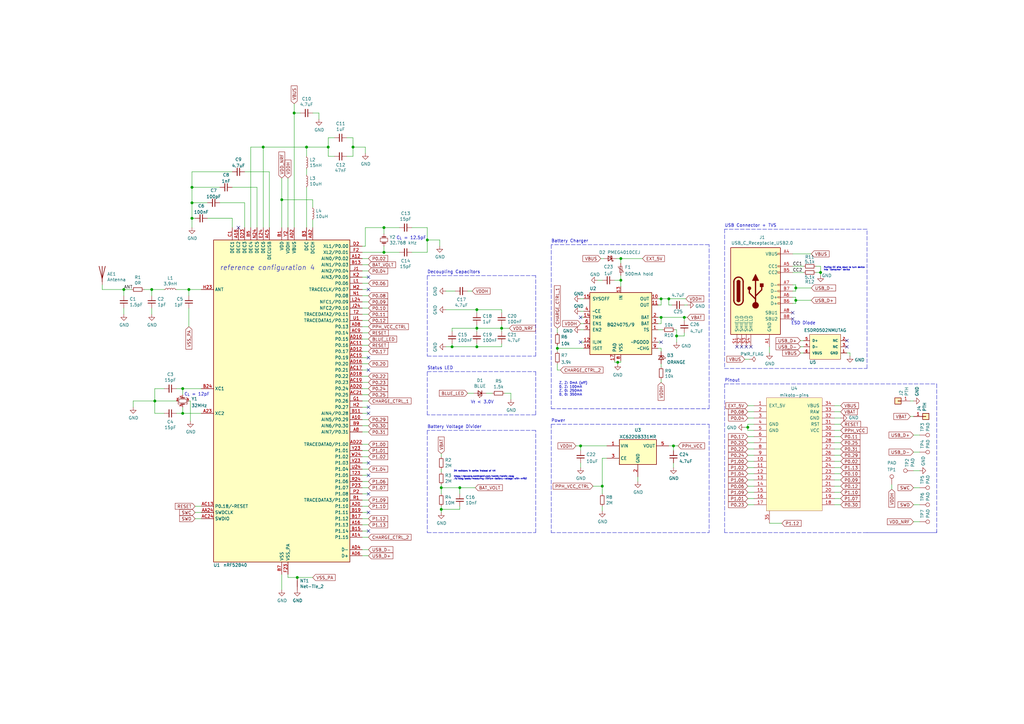
<source format=kicad_sch>
(kicad_sch (version 20220331) (generator eeschema)
  (paper "A3")
  (title_block (title "nRF52840 Dev Board") (date "2022-06-08") (rev "v2.0") (company "Byran Technologies") (comment 1 "for development purposes only)") (comment 2 "(just don't question it,") (comment 3 "of Mikoto design into Custom PCB") (comment 4 "Experimental Design of 2 Layer Integration"))
  (junction (at 134.62 60.325) (diameter 1.016))
  (junction (at 195.58 142.24) (diameter 1.016))
  (junction (at 78.74 76.835) (diameter 1.016))
  (junction (at 125.73 60.325) (diameter 1.016))
  (junction (at 157.48 103.505) (diameter 1.016))
  (junction (at 180.975 200.025) (diameter 1.016))
  (junction (at 74.93 169.545) (diameter 1.016))
  (junction (at 144.78 60.325) (diameter 1.016))
  (junction (at 280.67 130.175) (diameter 1.016))
  (junction (at 185.42 142.24) (diameter 1.016))
  (junction (at 78.74 83.185) (diameter 1.016))
  (junction (at 78.74 89.535) (diameter 1.016))
  (junction (at 50.8 118.745) (diameter 1.016))
  (junction (at 277.495 137.795) (diameter 1.016))
  (junction (at 195.58 134.62) (diameter 1.016))
  (junction (at 326.39 118.11) (diameter 1.016))
  (junction (at 77.47 118.745) (diameter 1.016))
  (junction (at 253.365 148.59) (diameter 1.016))
  (junction (at 62.23 118.745) (diameter 1.016))
  (junction (at 254.635 114.935) (diameter 1.016))
  (junction (at 274.32 122.555) (diameter 1.016))
  (junction (at 121.92 236.855) (diameter 1.016))
  (junction (at 188.595 200.025) (diameter 1.016))
  (junction (at 276.225 182.88) (diameter 1.016))
  (junction (at 326.39 123.19) (diameter 1.016))
  (junction (at 175.26 98.425) (diameter 1.016))
  (junction (at 63.5 164.465) (diameter 1.016))
  (junction (at 205.74 134.62) (diameter 1.016))
  (junction (at 238.125 182.88) (diameter 1.016))
  (junction (at 120.65 46.355) (diameter 1.016))
  (junction (at 115.57 81.915) (diameter 1.016))
  (junction (at 254.635 106.045) (diameter 1.016))
  (junction (at 247.015 199.39) (diameter 1.016))
  (junction (at 180.975 208.915) (diameter 1.016))
  (junction (at 336.55 111.76) (diameter 1.016))
  (junction (at 157.48 93.345) (diameter 1.016))
  (junction (at 271.145 122.555) (diameter 1.016))
  (junction (at 195.58 127) (diameter 1.016))
  (junction (at 74.93 159.385) (diameter 1.016))
  (junction (at 271.145 130.175) (diameter 1.016))
  (junction (at 228.6 142.875) (diameter 1.016))
  (junction (at 107.95 60.325) (diameter 1.016))
  (junction (at 306.705 175.26) (diameter 1.016))
  (no_connect (at 151.13 202.565))
  (no_connect (at 304.165 142.24))
  (no_connect (at 238.125 130.175))
  (no_connect (at 306.07 142.24))
  (no_connect (at 97.79 93.345))
  (no_connect (at 151.13 169.545))
  (no_connect (at 151.13 151.765))
  (no_connect (at 151.13 217.805))
  (no_connect (at 151.13 113.665))
  (no_connect (at 151.13 189.865))
  (no_connect (at 271.145 140.335))
  (no_connect (at 151.13 167.005))
  (no_connect (at 151.13 118.745))
  (no_connect (at 347.345 142.24))
  (no_connect (at 302.26 142.24))
  (no_connect (at 307.975 142.24))
  (no_connect (at 151.13 146.685))
  (no_connect (at 151.13 194.945))
  (no_connect (at 238.125 140.335))
  (no_connect (at 347.345 139.7))
  (no_connect (at 151.13 210.185))
  (no_connect (at 325.12 130.81))
  (no_connect (at 325.12 128.27))
  (wire (pts (xy 306.705 199.39) (xy 309.245 199.39)))
  (wire (pts (xy 276.225 182.88) (xy 276.225 184.785)))
  (polyline (pts (xy 175.26 146.05) (xy 219.71 146.05)) (stroke (width 0) (type dash)))
  (wire (pts (xy 151.13 210.185) (xy 148.59 210.185)))
  (wire (pts (xy 62.23 118.745) (xy 62.23 121.285)))
  (wire (pts (xy 238.125 135.255) (xy 239.395 135.255)))
  (polyline (pts (xy 290.83 100.33) (xy 226.06 100.33)) (stroke (width 0) (type dash)))
  (wire (pts (xy 306.705 201.93) (xy 309.245 201.93)))
  (wire (pts (xy 100.33 83.185) (xy 100.33 93.345)))
  (wire (pts (xy 373.38 164.465) (xy 374.65 164.465)))
  (wire (pts (xy 325.12 116.84) (xy 326.39 116.84)))
  (wire (pts (xy 247.015 199.39) (xy 247.015 187.96)))
  (wire (pts (xy 121.92 236.855) (xy 128.27 236.855)))
  (wire (pts (xy 309.245 186.69) (xy 306.705 186.69)))
  (wire (pts (xy 95.25 93.345) (xy 95.25 89.535)))
  (wire (pts (xy 50.8 126.365) (xy 50.8 128.905)))
  (wire (pts (xy 107.95 93.345) (xy 107.95 60.325)))
  (wire (pts (xy 41.91 116.84) (xy 41.91 118.745)))
  (wire (pts (xy 280.67 137.795) (xy 280.67 136.525)))
  (wire (pts (xy 342.265 194.31) (xy 344.805 194.31)))
  (wire (pts (xy 74.93 169.545) (xy 72.39 169.545)))
  (wire (pts (xy 180.975 208.915) (xy 180.975 210.185)))
  (wire (pts (xy 342.265 181.61) (xy 344.805 181.61)))
  (wire (pts (xy 74.93 159.385) (xy 74.93 161.925)))
  (wire (pts (xy 151.13 149.225) (xy 148.59 149.225)))
  (wire (pts (xy 344.805 176.53) (xy 342.265 176.53)))
  (wire (pts (xy 151.13 227.965) (xy 148.59 227.965)))
  (wire (pts (xy 238.125 182.88) (xy 248.92 182.88)))
  (wire (pts (xy 252.095 147.955) (xy 252.095 148.59)))
  (wire (pts (xy 115.57 235.585) (xy 115.57 241.935)))
  (wire (pts (xy 118.11 73.025) (xy 118.11 93.345)))
  (wire (pts (xy 74.93 167.005) (xy 74.93 169.545)))
  (wire (pts (xy 306.705 176.53) (xy 309.245 176.53)))
  (wire (pts (xy 334.645 109.22) (xy 336.55 109.22)))
  (wire (pts (xy 280.67 125.095) (xy 281.94 125.095)))
  (wire (pts (xy 254.635 113.03) (xy 254.635 114.935)))
  (wire (pts (xy 128.27 90.17) (xy 128.27 93.345)))
  (wire (pts (xy 277.495 137.795) (xy 277.495 140.335)))
  (polyline (pts (xy 219.71 113.03) (xy 175.26 113.03)) (stroke (width 0) (type dash)))
  (wire (pts (xy 205.74 134.62) (xy 205.74 135.89)))
  (wire (pts (xy 276.86 135.255) (xy 277.495 135.255)))
  (wire (pts (xy 277.495 135.255) (xy 277.495 137.795)))
  (wire (pts (xy 342.265 184.15) (xy 344.805 184.15)))
  (wire (pts (xy 344.805 189.23) (xy 342.265 189.23)))
  (wire (pts (xy 123.19 46.355) (xy 120.65 46.355)))
  (wire (pts (xy 326.39 123.19) (xy 332.74 123.19)))
  (wire (pts (xy 78.74 83.185) (xy 78.74 89.535)))
  (wire (pts (xy 62.23 126.365) (xy 62.23 128.905)))
  (wire (pts (xy 245.11 114.935) (xy 247.015 114.935)))
  (wire (pts (xy 74.93 159.385) (xy 72.39 159.385)))
  (wire (pts (xy 306.705 181.61) (xy 309.245 181.61)))
  (wire (pts (xy 253.365 148.59) (xy 254.635 148.59)))
  (wire (pts (xy 306.705 175.26) (xy 306.705 176.53)))
  (polyline (pts (xy 290.83 167.64) (xy 290.83 100.33)) (stroke (width 0) (type dash)))
  (wire (pts (xy 78.74 89.535) (xy 78.74 93.345)))
  (wire (pts (xy 78.74 83.185) (xy 85.09 83.185)))
  (wire (pts (xy 148.59 141.605) (xy 151.13 141.605)))
  (wire (pts (xy 269.875 125.095) (xy 271.145 125.095)))
  (wire (pts (xy 254.635 148.59) (xy 254.635 147.955)))
  (wire (pts (xy 175.26 103.505) (xy 168.91 103.505)))
  (wire (pts (xy 157.48 103.505) (xy 163.83 103.505)))
  (wire (pts (xy 151.13 182.245) (xy 148.59 182.245)))
  (wire (pts (xy 151.13 184.785) (xy 148.59 184.785)))
  (wire (pts (xy 254.635 106.045) (xy 254.635 107.95)))
  (wire (pts (xy 125.73 60.325) (xy 134.62 60.325)))
  (wire (pts (xy 326.39 123.19) (xy 326.39 124.46)))
  (wire (pts (xy 305.435 147.32) (xy 307.34 147.32)))
  (wire (pts (xy 151.13 111.125) (xy 148.59 111.125)))
  (polyline (pts (xy 219.71 146.05) (xy 219.71 113.03)) (stroke (width 0) (type dash)))
  (wire (pts (xy 269.875 130.175) (xy 271.145 130.175)))
  (wire (pts (xy 238.125 189.865) (xy 238.125 191.77)))
  (wire (pts (xy 271.145 122.555) (xy 274.32 122.555)))
  (wire (pts (xy 228.6 149.225) (xy 228.6 151.765)))
  (wire (pts (xy 102.87 60.325) (xy 107.95 60.325)))
  (polyline (pts (xy 384.175 157.48) (xy 384.175 218.44)) (stroke (width 0) (type dash)))
  (wire (pts (xy 128.27 46.355) (xy 130.81 46.355)))
  (wire (pts (xy 269.875 135.255) (xy 271.78 135.255)))
  (wire (pts (xy 195.58 133.35) (xy 195.58 134.62)))
  (wire (pts (xy 125.73 71.755) (xy 125.73 69.215)))
  (wire (pts (xy 328.295 142.24) (xy 329.565 142.24)))
  (wire (pts (xy 78.74 76.835) (xy 78.74 83.185)))
  (wire (pts (xy 134.62 56.515) (xy 134.62 60.325)))
  (wire (pts (xy 228.6 141.605) (xy 228.6 142.875)))
  (wire (pts (xy 151.13 177.165) (xy 148.59 177.165)))
  (wire (pts (xy 306.705 194.31) (xy 309.245 194.31)))
  (wire (pts (xy 59.055 118.745) (xy 62.23 118.745)))
  (wire (pts (xy 326.39 118.11) (xy 326.39 119.38)))
  (wire (pts (xy 148.59 116.205) (xy 151.13 116.205)))
  (wire (pts (xy 246.38 106.045) (xy 247.65 106.045)))
  (wire (pts (xy 144.78 60.325) (xy 149.86 60.325)))
  (wire (pts (xy 344.805 173.99) (xy 342.265 173.99)))
  (wire (pts (xy 151.13 146.685) (xy 148.59 146.685)))
  (wire (pts (xy 236.22 182.88) (xy 238.125 182.88)))
  (wire (pts (xy 72.39 164.465) (xy 63.5 164.465)))
  (wire (pts (xy 82.55 118.745) (xy 77.47 118.745)))
  (wire (pts (xy 151.13 169.545) (xy 148.59 169.545)))
  (wire (pts (xy 326.39 124.46) (xy 325.12 124.46)))
  (wire (pts (xy 309.245 173.99) (xy 306.705 173.99)))
  (wire (pts (xy 374.65 185.42) (xy 377.19 185.42)))
  (wire (pts (xy 148.59 126.365) (xy 151.13 126.365)))
  (wire (pts (xy 148.59 123.825) (xy 151.13 123.825)))
  (wire (pts (xy 195.58 127) (xy 182.88 127)))
  (wire (pts (xy 252.73 106.045) (xy 254.635 106.045)))
  (wire (pts (xy 309.245 196.85) (xy 306.705 196.85)))
  (wire (pts (xy 280.67 131.445) (xy 280.67 130.175)))
  (wire (pts (xy 120.65 46.355) (xy 120.65 42.545)))
  (wire (pts (xy 180.975 207.645) (xy 180.975 208.915)))
  (wire (pts (xy 107.95 60.325) (xy 125.73 60.325)))
  (wire (pts (xy 151.13 202.565) (xy 148.59 202.565)))
  (wire (pts (xy 134.62 56.515) (xy 137.16 56.515)))
  (wire (pts (xy 342.265 207.01) (xy 344.805 207.01)))
  (wire (pts (xy 188.595 200.025) (xy 188.595 202.565)))
  (wire (pts (xy 144.78 56.515) (xy 144.78 60.325)))
  (wire (pts (xy 247.015 199.39) (xy 247.015 202.565)))
  (wire (pts (xy 125.73 64.135) (xy 125.73 60.325)))
  (wire (pts (xy 148.59 106.045) (xy 151.13 106.045)))
  (wire (pts (xy 151.13 187.325) (xy 148.59 187.325)))
  (wire (pts (xy 157.48 103.505) (xy 157.48 100.965)))
  (wire (pts (xy 207.01 161.29) (xy 209.55 161.29)))
  (wire (pts (xy 315.595 142.24) (xy 315.595 144.78)))
  (wire (pts (xy 326.39 118.11) (xy 332.74 118.11)))
  (wire (pts (xy 205.74 127) (xy 195.58 127)))
  (polyline (pts (xy 226.06 173.99) (xy 226.06 218.44)) (stroke (width 0) (type dash)))
  (wire (pts (xy 151.13 174.625) (xy 148.59 174.625)))
  (wire (pts (xy 151.13 121.285) (xy 148.59 121.285)))
  (polyline (pts (xy 297.18 218.44) (xy 297.18 157.48)) (stroke (width 0) (type dash)))
  (wire (pts (xy 82.55 210.185) (xy 80.01 210.185)))
  (wire (pts (xy 41.91 118.745) (xy 50.8 118.745)))
  (wire (pts (xy 118.11 236.855) (xy 118.11 235.585)))
  (polyline (pts (xy 175.26 176.53) (xy 175.26 218.44)) (stroke (width 0) (type dash)))
  (wire (pts (xy 374.65 200.025) (xy 377.19 200.025)))
  (wire (pts (xy 342.265 201.93) (xy 344.805 201.93)))
  (wire (pts (xy 188.595 200.025) (xy 194.945 200.025)))
  (wire (pts (xy 175.26 98.425) (xy 175.26 103.505)))
  (wire (pts (xy 191.77 161.29) (xy 194.31 161.29)))
  (wire (pts (xy 175.26 98.425) (xy 180.34 98.425)))
  (wire (pts (xy 67.31 118.745) (xy 62.23 118.745)))
  (wire (pts (xy 328.295 139.7) (xy 329.565 139.7)))
  (wire (pts (xy 115.57 81.915) (xy 115.57 93.345)))
  (wire (pts (xy 332.74 104.14) (xy 325.12 104.14)))
  (wire (pts (xy 121.92 236.855) (xy 118.11 236.855)))
  (wire (pts (xy 336.55 109.22) (xy 336.55 111.76)))
  (wire (pts (xy 148.59 133.985) (xy 151.13 133.985)))
  (wire (pts (xy 306.705 204.47) (xy 309.245 204.47)))
  (wire (pts (xy 180.975 200.025) (xy 180.975 202.565)))
  (wire (pts (xy 85.09 89.535) (xy 95.25 89.535)))
  (wire (pts (xy 151.13 212.725) (xy 148.59 212.725)))
  (wire (pts (xy 247.015 187.96) (xy 248.92 187.96)))
  (wire (pts (xy 277.495 137.795) (xy 280.67 137.795)))
  (polyline (pts (xy 175.26 218.44) (xy 219.71 218.44)) (stroke (width 0) (type dash)))
  (wire (pts (xy 253.365 148.59) (xy 253.365 149.225)))
  (wire (pts (xy 191.77 119.38) (xy 193.675 119.38)))
  (wire (pts (xy 151.13 207.645) (xy 148.59 207.645)))
  (wire (pts (xy 280.67 130.175) (xy 281.94 130.175)))
  (wire (pts (xy 63.5 159.385) (xy 67.31 159.385)))
  (wire (pts (xy 336.55 111.76) (xy 336.55 113.03)))
  (wire (pts (xy 238.125 122.555) (xy 239.395 122.555)))
  (wire (pts (xy 50.8 121.285) (xy 50.8 118.745)))
  (wire (pts (xy 344.805 168.91) (xy 342.265 168.91)))
  (wire (pts (xy 50.8 118.745) (xy 53.975 118.745)))
  (wire (pts (xy 342.265 191.77) (xy 344.805 191.77)))
  (wire (pts (xy 180.975 200.025) (xy 188.595 200.025)))
  (wire (pts (xy 195.58 135.89) (xy 195.58 134.62)))
  (wire (pts (xy 151.13 108.585) (xy 148.59 108.585)))
  (polyline (pts (xy 226.06 167.64) (xy 290.83 167.64)) (stroke (width 0) (type dash)))
  (polyline (pts (xy 355.6 218.44) (xy 297.18 218.44)) (stroke (width 0) (type dash)))
  (polyline (pts (xy 355.6 151.13) (xy 355.6 93.98)) (stroke (width 0) (type dash)))
  (wire (pts (xy 271.145 142.875) (xy 271.145 144.145)))
  (wire (pts (xy 148.59 225.425) (xy 151.13 225.425)))
  (wire (pts (xy 195.58 142.24) (xy 205.74 142.24)))
  (wire (pts (xy 238.125 132.715) (xy 239.395 132.715)))
  (wire (pts (xy 348.615 146.05) (xy 348.615 144.78)))
  (wire (pts (xy 137.16 64.135) (xy 134.62 64.135)))
  (wire (pts (xy 120.65 93.345) (xy 120.65 46.355)))
  (wire (pts (xy 238.125 182.88) (xy 238.125 184.785)))
  (wire (pts (xy 195.58 127) (xy 195.58 128.27)))
  (wire (pts (xy 228.6 144.145) (xy 228.6 142.875)))
  (wire (pts (xy 63.5 164.465) (xy 63.5 159.385)))
  (wire (pts (xy 151.13 113.665) (xy 148.59 113.665)))
  (wire (pts (xy 78.74 89.535) (xy 80.01 89.535)))
  (wire (pts (xy 228.6 151.765) (xy 229.87 151.765)))
  (wire (pts (xy 252.095 114.935) (xy 254.635 114.935)))
  (wire (pts (xy 74.93 169.545) (xy 82.55 169.545)))
  (wire (pts (xy 269.875 142.875) (xy 271.145 142.875)))
  (wire (pts (xy 306.705 175.26) (xy 305.435 175.26)))
  (wire (pts (xy 151.13 194.945) (xy 148.59 194.945)))
  (wire (pts (xy 315.595 214.63) (xy 320.675 214.63)))
  (wire (pts (xy 180.34 98.425) (xy 180.34 100.965)))
  (wire (pts (xy 306.705 207.01) (xy 309.245 207.01)))
  (wire (pts (xy 151.13 118.745) (xy 148.59 118.745)))
  (wire (pts (xy 80.01 212.725) (xy 82.55 212.725)))
  (wire (pts (xy 326.39 119.38) (xy 325.12 119.38)))
  (wire (pts (xy 180.975 193.675) (xy 180.975 192.405)))
  (wire (pts (xy 276.225 189.865) (xy 276.225 191.77)))
  (wire (pts (xy 271.145 149.225) (xy 271.145 150.495)))
  (polyline (pts (xy 219.71 170.18) (xy 175.26 170.18)) (stroke (width 0) (type dash)))
  (wire (pts (xy 276.225 182.88) (xy 278.13 182.88)))
  (wire (pts (xy 205.74 140.97) (xy 205.74 142.24)))
  (wire (pts (xy 228.6 142.875) (xy 239.395 142.875)))
  (wire (pts (xy 63.5 169.545) (xy 63.5 164.465)))
  (wire (pts (xy 148.59 103.505) (xy 157.48 103.505)))
  (wire (pts (xy 342.265 166.37) (xy 344.805 166.37)))
  (wire (pts (xy 151.13 164.465) (xy 148.59 164.465)))
  (wire (pts (xy 151.13 131.445) (xy 148.59 131.445)))
  (wire (pts (xy 144.78 64.135) (xy 144.78 60.325)))
  (wire (pts (xy 77.47 118.745) (xy 77.47 121.285)))
  (wire (pts (xy 373.38 170.815) (xy 374.65 170.815)))
  (wire (pts (xy 151.13 197.485) (xy 148.59 197.485)))
  (wire (pts (xy 100.33 70.485) (xy 110.49 70.485)))
  (wire (pts (xy 72.39 118.745) (xy 77.47 118.745)))
  (wire (pts (xy 274.32 122.555) (xy 274.32 125.095)))
  (wire (pts (xy 142.24 64.135) (xy 144.78 64.135)))
  (wire (pts (xy 102.87 93.345) (xy 102.87 60.325)))
  (wire (pts (xy 151.13 192.405) (xy 148.59 192.405)))
  (wire (pts (xy 344.805 196.85) (xy 342.265 196.85)))
  (wire (pts (xy 365.76 200.66) (xy 365.76 198.755)))
  (wire (pts (xy 151.13 200.025) (xy 148.59 200.025)))
  (polyline (pts (xy 226.06 173.99) (xy 290.83 173.99)) (stroke (width 0) (type dash)))
  (wire (pts (xy 274.32 182.88) (xy 276.225 182.88)))
  (wire (pts (xy 67.31 169.545) (xy 63.5 169.545)))
  (wire (pts (xy 344.805 186.69) (xy 342.265 186.69)))
  (wire (pts (xy 78.105 164.465) (xy 78.105 172.72)))
  (wire (pts (xy 306.705 166.37) (xy 309.245 166.37)))
  (wire (pts (xy 271.145 125.095) (xy 271.145 122.555)))
  (wire (pts (xy 334.645 111.76) (xy 336.55 111.76)))
  (wire (pts (xy 142.24 56.515) (xy 144.78 56.515)))
  (wire (pts (xy 185.42 142.24) (xy 195.58 142.24)))
  (wire (pts (xy 309.245 171.45) (xy 306.705 171.45)))
  (wire (pts (xy 128.27 81.915) (xy 115.57 81.915)))
  (wire (pts (xy 271.145 130.175) (xy 280.67 130.175)))
  (wire (pts (xy 151.13 172.085) (xy 148.59 172.085)))
  (wire (pts (xy 157.48 93.345) (xy 163.83 93.345)))
  (wire (pts (xy 342.265 204.47) (xy 344.805 204.47)))
  (wire (pts (xy 309.245 184.15) (xy 306.705 184.15)))
  (polyline (pts (xy 219.71 218.44) (xy 219.71 176.53)) (stroke (width 0) (type dash)))
  (wire (pts (xy 148.59 139.065) (xy 151.13 139.065)))
  (wire (pts (xy 151.13 217.805) (xy 148.59 217.805)))
  (wire (pts (xy 374.65 207.01) (xy 377.19 207.01)))
  (wire (pts (xy 110.49 70.485) (xy 110.49 93.345)))
  (wire (pts (xy 247.015 207.645) (xy 247.015 209.55)))
  (wire (pts (xy 271.145 155.575) (xy 271.145 156.845)))
  (wire (pts (xy 342.265 171.45) (xy 344.805 171.45)))
  (wire (pts (xy 228.6 136.525) (xy 228.6 134.62)))
  (wire (pts (xy 128.27 85.09) (xy 128.27 81.915)))
  (wire (pts (xy 115.57 73.025) (xy 115.57 81.915)))
  (wire (pts (xy 344.805 179.07) (xy 342.265 179.07)))
  (wire (pts (xy 205.74 133.35) (xy 205.74 134.62)))
  (wire (pts (xy 238.125 127.635) (xy 239.395 127.635)))
  (wire (pts (xy 180.975 186.055) (xy 180.975 187.325)))
  (wire (pts (xy 90.17 83.185) (xy 100.33 83.185)))
  (wire (pts (xy 151.13 215.265) (xy 148.59 215.265)))
  (wire (pts (xy 342.265 199.39) (xy 344.805 199.39)))
  (polyline (pts (xy 384.175 218.44) (xy 384.175 217.805)))
  (wire (pts (xy 188.595 208.915) (xy 188.595 207.645)))
  (polyline (pts (xy 219.71 176.53) (xy 175.26 176.53)) (stroke (width 0) (type dash)))
  (wire (pts (xy 269.875 140.335) (xy 271.145 140.335)))
  (wire (pts (xy 151.13 156.845) (xy 148.59 156.845)))
  (polyline (pts (xy 175.26 152.4) (xy 219.71 152.4)) (stroke (width 0) (type dash)))
  (wire (pts (xy 175.26 93.345) (xy 175.26 98.425)))
  (wire (pts (xy 151.13 220.345) (xy 148.59 220.345)))
  (wire (pts (xy 78.74 70.485) (xy 95.25 70.485)))
  (wire (pts (xy 95.25 76.835) (xy 105.41 76.835)))
  (wire (pts (xy 54.61 164.465) (xy 54.61 167.005)))
  (wire (pts (xy 63.5 164.465) (xy 54.61 164.465)))
  (wire (pts (xy 306.705 168.91) (xy 309.245 168.91)))
  (polyline (pts (xy 290.83 173.99) (xy 290.83 218.44)) (stroke (width 0) (type dash)))
  (wire (pts (xy 77.47 164.465) (xy 78.105 164.465)))
  (wire (pts (xy 199.39 161.29) (xy 201.93 161.29)))
  (wire (pts (xy 148.59 100.965) (xy 149.86 100.965)))
  (wire (pts (xy 254.635 106.045) (xy 263.525 106.045)))
  (wire (pts (xy 134.62 60.325) (xy 134.62 64.135)))
  (wire (pts (xy 325.12 121.92) (xy 326.39 121.92)))
  (wire (pts (xy 185.42 134.62) (xy 185.42 135.89)))
  (wire (pts (xy 151.13 154.305) (xy 148.59 154.305)))
  (wire (pts (xy 149.86 100.965) (xy 149.86 93.345)))
  (polyline (pts (xy 219.71 152.4) (xy 219.71 170.18)) (stroke (width 0) (type dash)))
  (wire (pts (xy 326.39 121.92) (xy 326.39 123.19)))
  (wire (pts (xy 269.875 122.555) (xy 271.145 122.555)))
  (wire (pts (xy 151.13 136.525) (xy 148.59 136.525)))
  (wire (pts (xy 195.58 134.62) (xy 205.74 134.62)))
  (wire (pts (xy 180.975 208.915) (xy 188.595 208.915)))
  (polyline (pts (xy 355.6 218.44) (xy 384.175 218.44)))
  (wire (pts (xy 252.095 148.59) (xy 253.365 148.59)))
  (wire (pts (xy 328.295 144.78) (xy 329.565 144.78)))
  (wire (pts (xy 326.39 116.84) (xy 326.39 118.11)))
  (wire (pts (xy 254.635 114.935) (xy 254.635 117.475)))
  (wire (pts (xy 105.41 76.835) (xy 105.41 93.345)))
  (wire (pts (xy 238.125 130.175) (xy 239.395 130.175)))
  (wire (pts (xy 125.73 76.835) (xy 125.73 93.345)))
  (polyline (pts (xy 297.18 157.48) (xy 384.175 157.48)) (stroke (width 0) (type dash)))
  (wire (pts (xy 309.245 191.77) (xy 306.705 191.77)))
  (wire (pts (xy 180.975 198.755) (xy 180.975 200.025)))
  (wire (pts (xy 151.13 161.925) (xy 148.59 161.925)))
  (wire (pts (xy 151.13 189.865) (xy 148.59 189.865)))
  (wire (pts (xy 274.32 122.555) (xy 281.305 122.555)))
  (wire (pts (xy 168.91 93.345) (xy 175.26 93.345)))
  (wire (pts (xy 325.12 111.76) (xy 329.565 111.76)))
  (wire (pts (xy 151.13 151.765) (xy 148.59 151.765)))
  (polyline (pts (xy 355.6 93.98) (xy 297.18 93.98)) (stroke (width 0) (type dash)))
  (polyline (pts (xy 226.06 218.44) (xy 290.83 218.44)) (stroke (width 0) (type dash)))
  (wire (pts (xy 243.205 199.39) (xy 247.015 199.39)))
  (wire (pts (xy 148.59 144.145) (xy 151.13 144.145)))
  (wire (pts (xy 325.12 109.22) (xy 329.565 109.22)))
  (polyline (pts (xy 175.26 113.03) (xy 175.26 146.05)) (stroke (width 0) (type dash)))
  (wire (pts (xy 149.86 60.325) (xy 149.86 62.865)))
  (wire (pts (xy 77.47 126.365) (xy 77.47 133.985)))
  (wire (pts (xy 374.65 178.435) (xy 377.19 178.435)))
  (wire (pts (xy 151.13 205.105) (xy 148.59 205.105)))
  (polyline (pts (xy 175.26 170.18) (xy 175.26 152.4)) (stroke (width 0) (type dash)))
  (wire (pts (xy 149.86 93.345) (xy 157.48 93.345)))
  (wire (pts (xy 80.01 207.645) (xy 82.55 207.645)))
  (wire (pts (xy 195.58 134.62) (xy 185.42 134.62)))
  (wire (pts (xy 205.74 128.27) (xy 205.74 127)))
  (wire (pts (xy 185.42 142.24) (xy 182.88 142.24)))
  (wire (pts (xy 78.74 76.835) (xy 90.17 76.835)))
  (wire (pts (xy 130.81 46.355) (xy 130.81 48.895)))
  (wire (pts (xy 306.705 173.99) (xy 306.705 175.26)))
  (wire (pts (xy 274.32 125.095) (xy 275.59 125.095)))
  (wire (pts (xy 151.13 159.385) (xy 148.59 159.385)))
  (wire (pts (xy 205.74 134.62) (xy 208.915 134.62)))
  (wire (pts (xy 185.42 140.97) (xy 185.42 142.24)))
  (wire (pts (xy 157.48 95.885) (xy 157.48 93.345)))
  (wire (pts (xy 82.55 159.385) (xy 74.93 159.385)))
  (wire (pts (xy 309.245 179.07) (xy 306.705 179.07)))
  (wire (pts (xy 374.65 193.04) (xy 377.19 193.04)))
  (wire (pts (xy 306.705 189.23) (xy 309.245 189.23)))
  (wire (pts (xy 195.58 140.97) (xy 195.58 142.24)))
  (wire (pts (xy 238.125 140.335) (xy 239.395 140.335)))
  (wire (pts (xy 78.74 70.485) (xy 78.74 76.835)))
  (wire (pts (xy 151.13 128.905) (xy 148.59 128.905)))
  (wire (pts (xy 348.615 144.78) (xy 347.345 144.78)))
  (wire (pts (xy 209.55 161.29) (xy 209.55 163.83)))
  (wire (pts (xy 374.65 213.995) (xy 377.19 213.995)))
  (polyline (pts (xy 226.06 100.33) (xy 226.06 167.64)) (stroke (width 0) (type dash)))
  (wire (pts (xy 261.62 195.58) (xy 261.62 197.485)))
  (wire (pts (xy 182.88 119.38) (xy 186.69 119.38)))
  (wire (pts (xy 271.145 132.715) (xy 271.145 130.175)))
  (polyline (pts (xy 297.18 151.13) (xy 355.6 151.13)) (stroke (width 0) (type dash)))
  (wire (pts (xy 151.13 167.005) (xy 148.59 167.005)))
  (wire (pts (xy 269.875 132.715) (xy 271.145 132.715)))
  (polyline (pts (xy 297.18 93.98) (xy 297.18 151.13)) (stroke (width 0) (type dash)))
  (text "C_{L} = 12pF" (at 75.565 162.56 0) (effects (font (size 1.27 1.27)) (justify left bottom)))
  (text "Power" (at 226.06 173.355 0) (effects (font (size 1.27 1.27)) (justify left bottom)))
  (text "https://devzone.nordicsemi.com/nordic/nordic-blog\n/b/blog/posts/measuring-lithium-battery-voltage-with-nrf52" (at 186.055 196.85 0) (effects (font (size 0.6096 0.6096)) (justify left bottom)))
  (text "Battery Voltage Divider" (at 175.26 175.895 0) (effects (font (size 1.27 1.27)) (justify left bottom)))
  (text "Decoupling Capacitors" (at 175.26 112.395 0) (effects (font (size 1.27 1.27)) (justify left bottom)))
  (text "V_{f} < 3.0V" (at 193.04 165.735 0) (effects (font (size 1.27 1.27)) (justify left bottom)))
  (text "Z, Z: 0mA (off)\n0, Z: 100mA\nZ, 0: 250mA\n0, 0: 350mA" (at 229.235 162.56 0) (effects (font (size 0.9906 0.9906)) (justify left bottom)))
  (text "Pinout" (at 297.18 156.845 0) (effects (font (size 1.27 1.27)) (justify left bottom)))
  (text "Status LED" (at 175.26 151.765 0) (effects (font (size 1.27 1.27)) (justify left bottom)))
  (text "ESD Diode" (at 324.485 133.35 0) (effects (font (size 1.27 1.27)) (justify left bottom)))
  (text "Battery Charger" (at 226.06 99.695 0) (effects (font (size 1.27 1.27)) (justify left bottom)))
  (text "2M resistors in series instead of 4M" (at 186.055 193.675 0) (effects (font (size 0.6096 0.6096)) (justify left bottom)))
  (text "Pulling CC pins down to turn device \ninto \"consumer\" device" (at 337.82 111.125 0) (effects (font (size 0.6 0.6)) (justify left bottom)))
  (text "reference configuration 4" (at 90.17 111.125 0) (effects (font (size 2 2) italic) (justify left bottom)))
  (text "USB Connector + TVS" (at 297.18 93.345 0) (effects (font (size 1.27 1.27)) (justify left bottom)))
  (text "C_{L} = 12.5pF" (at 162.56 98.425 0) (effects (font (size 1.27 1.27)) (justify left bottom)))
  (label "CC1" (at 325.12 109.22 0))
  (label "CC2" (at 325.12 111.76 0))
  (label "ANT" (at 50.8 118.745 0))
  (global_label "VDDH" (shape input) (at 118.11 73.025 90) (property "Intersheet References" "${INTERSHEET_REFS}" (effects hide)))
  (global_label "P0.08" (shape input) (at 151.13 121.285 0) (property "Intersheet References" "${INTERSHEET_REFS}" (effects hide)))
  (global_label "VDDH" (shape input) (at 365.76 200.66 270) (property "Intersheet References" "${INTERSHEET_REFS}" (effects hide)))
  (global_label "P0.20" (shape input) (at 151.13 149.225 0) (property "Intersheet References" "${INTERSHEET_REFS}" (effects hide)))
  (global_label "P0.11" (shape input) (at 344.805 179.07 0) (property "Intersheet References" "${INTERSHEET_REFS}" (effects hide)))
  (global_label "VBUS" (shape input) (at 328.295 144.78 180) (property "Intersheet References" "${INTERSHEET_REFS}" (effects hide)))
  (global_label "SWD" (shape input) (at 374.65 207.01 180) (property "Intersheet References" "${INTERSHEET_REFS}" (effects hide)))
  (global_label "P1.06" (shape input) (at 151.13 197.485 0) (property "Intersheet References" "${INTERSHEET_REFS}" (effects hide)))
  (global_label "P0.31" (shape input) (at 151.13 177.165 0) (property "Intersheet References" "${INTERSHEET_REFS}" (effects hide)))
  (global_label "P1.00" (shape input) (at 306.705 189.23 180) (property "Intersheet References" "${INTERSHEET_REFS}" (effects hide)))
  (global_label "P1.13" (shape input) (at 151.13 215.265 0) (property "Intersheet References" "${INTERSHEET_REFS}" (effects hide)))
  (global_label "CHARGE_CTRL_2" (shape input) (at 229.87 151.765 0) (property "Intersheet References" "${INTERSHEET_REFS}" (effects hide)))
  (global_label "P1.10" (shape input) (at 344.805 201.93 0) (property "Intersheet References" "${INTERSHEET_REFS}" (effects hide)))
  (global_label "P0.17" (shape input) (at 306.705 179.07 180) (property "Intersheet References" "${INTERSHEET_REFS}" (effects hide)))
  (global_label "BLUE_LED" (shape input) (at 191.77 161.29 180) (property "Intersheet References" "${INTERSHEET_REFS}" (effects hide)))
  (global_label "EXT_5V" (shape input) (at 263.525 106.045 0) (property "Intersheet References" "${INTERSHEET_REFS}" (effects hide)))
  (global_label "EXT_5V" (shape input) (at 306.705 166.37 180) (property "Intersheet References" "${INTERSHEET_REFS}" (effects hide)))
  (global_label "P0.08" (shape input) (at 306.705 168.91 180) (property "Intersheet References" "${INTERSHEET_REFS}" (effects hide)))
  (global_label "P1.07" (shape input) (at 344.805 204.47 0) (property "Intersheet References" "${INTERSHEET_REFS}" (effects hide)))
  (global_label "P0.22" (shape input) (at 151.13 154.305 0) (property "Intersheet References" "${INTERSHEET_REFS}" (effects hide)))
  (global_label "VDDH" (shape input) (at 193.675 119.38 0) (property "Intersheet References" "${INTERSHEET_REFS}" (effects hide)))
  (global_label "PPH_VCC_CTRL" (shape input) (at 243.205 199.39 180) (property "Intersheet References" "${INTERSHEET_REFS}" (effects hide)))
  (global_label "VDDH" (shape input) (at 236.22 182.88 180) (property "Intersheet References" "${INTERSHEET_REFS}" (effects hide)))
  (global_label "P0.20" (shape input) (at 306.705 181.61 180) (property "Intersheet References" "${INTERSHEET_REFS}" (effects hide)))
  (global_label "P0.24" (shape input) (at 306.705 186.69 180) (property "Intersheet References" "${INTERSHEET_REFS}" (effects hide)))
  (global_label "P0.29" (shape input) (at 344.805 186.69 0) (property "Intersheet References" "${INTERSHEET_REFS}" (effects hide)))
  (global_label "P0.02" (shape input) (at 151.13 106.045 0) (property "Intersheet References" "${INTERSHEET_REFS}" (effects hide)))
  (global_label "P1.12" (shape input) (at 151.13 212.725 0) (property "Intersheet References" "${INTERSHEET_REFS}" (effects hide)))
  (global_label "RESET" (shape input) (at 80.01 207.645 180) (property "Intersheet References" "${INTERSHEET_REFS}" (effects hide)))
  (global_label "VSS_PA" (shape input) (at 77.47 133.985 270) (property "Intersheet References" "${INTERSHEET_REFS}" (effects hide)))
  (global_label "PPH_VCC" (shape input) (at 344.805 176.53 0) (property "Intersheet References" "${INTERSHEET_REFS}" (effects hide)))
  (global_label "P1.07" (shape input) (at 151.13 200.025 0) (property "Intersheet References" "${INTERSHEET_REFS}" (effects hide)))
  (global_label "VDD_NRF" (shape input) (at 374.65 213.995 180) (property "Intersheet References" "${INTERSHEET_REFS}" (effects hide)))
  (global_label "P1.09" (shape input) (at 151.13 205.105 0) (property "Intersheet References" "${INTERSHEET_REFS}" (effects hide)))
  (global_label "P0.22" (shape input) (at 306.705 184.15 180) (property "Intersheet References" "${INTERSHEET_REFS}" (effects hide)))
  (global_label "VBUS" (shape input) (at 246.38 106.045 180) (property "Intersheet References" "${INTERSHEET_REFS}" (effects hide)))
  (global_label "VBAT" (shape input) (at 373.38 170.815 180) (property "Intersheet References" "${INTERSHEET_REFS}" (effects hide)))
  (global_label "VDDH" (shape input) (at 238.125 132.715 180) (property "Intersheet References" "${INTERSHEET_REFS}" (effects hide)))
  (global_label "USB_D+" (shape input) (at 151.13 227.965 0) (property "Intersheet References" "${INTERSHEET_REFS}" (effects hide)))
  (global_label "P1.04" (shape input) (at 306.705 194.31 180) (property "Intersheet References" "${INTERSHEET_REFS}" (effects hide)))
  (global_label "SWD" (shape input) (at 80.01 212.725 180) (property "Intersheet References" "${INTERSHEET_REFS}" (effects hide)))
  (global_label "RESET" (shape input) (at 151.13 136.525 0) (property "Intersheet References" "${INTERSHEET_REFS}" (effects hide)))
  (global_label "P0.17" (shape input) (at 151.13 144.145 0) (property "Intersheet References" "${INTERSHEET_REFS}" (effects hide)))
  (global_label "P1.09" (shape input) (at 306.705 201.93 180) (property "Intersheet References" "${INTERSHEET_REFS}" (effects hide)))
  (global_label "P0.11" (shape input) (at 151.13 128.905 0) (property "Intersheet References" "${INTERSHEET_REFS}" (effects hide)))
  (global_label "VBUS" (shape input) (at 332.74 104.14 0) (property "Intersheet References" "${INTERSHEET_REFS}" (effects hide)))
  (global_label "P1.01" (shape input) (at 306.705 204.47 180) (property "Intersheet References" "${INTERSHEET_REFS}" (effects hide)))
  (global_label "VDDH" (shape input) (at 281.305 122.555 0) (property "Intersheet References" "${INTERSHEET_REFS}" (effects hide)))
  (global_label "P0.10" (shape input) (at 344.805 194.31 0) (property "Intersheet References" "${INTERSHEET_REFS}" (effects hide)))
  (global_label "P0.25" (shape input) (at 151.13 161.925 0) (property "Intersheet References" "${INTERSHEET_REFS}" (effects hide)))
  (global_label "VBAT" (shape input) (at 344.805 168.91 0) (property "Intersheet References" "${INTERSHEET_REFS}" (effects hide)))
  (global_label "P1.12" (shape input) (at 320.675 214.63 0) (property "Intersheet References" "${INTERSHEET_REFS}" (effects hide)))
  (global_label "VBUS" (shape input) (at 344.805 166.37 0) (property "Intersheet References" "${INTERSHEET_REFS}" (effects hide)))
  (global_label "SWC" (shape input) (at 374.65 200.025 180) (property "Intersheet References" "${INTERSHEET_REFS}" (effects hide)))
  (global_label "P0.06" (shape input) (at 306.705 199.39 180) (property "Intersheet References" "${INTERSHEET_REFS}" (effects hide)))
  (global_label "P1.06" (shape input) (at 306.705 196.85 180) (property "Intersheet References" "${INTERSHEET_REFS}" (effects hide)))
  (global_label "VDD_NRF" (shape input) (at 208.915 134.62 0) (property "Intersheet References" "${INTERSHEET_REFS}" (effects hide)))
  (global_label "P0.02" (shape input) (at 344.805 189.23 0) (property "Intersheet References" "${INTERSHEET_REFS}" (effects hide)))
  (global_label "RESET" (shape input) (at 344.805 173.99 0) (property "Intersheet References" "${INTERSHEET_REFS}" (effects hide)))
  (global_label "USB_D-" (shape input) (at 374.65 185.42 180) (property "Intersheet References" "${INTERSHEET_REFS}" (effects hide)))
  (global_label "P1.02" (shape input) (at 151.13 187.325 0) (property "Intersheet References" "${INTERSHEET_REFS}" (effects hide)))
  (global_label "P0.04" (shape input) (at 306.705 171.45 180) (property "Intersheet References" "${INTERSHEET_REFS}" (effects hide)))
  (global_label "VDDH" (shape input) (at 271.145 156.845 270) (property "Intersheet References" "${INTERSHEET_REFS}" (effects hide)))
  (global_label "P0.04" (shape input) (at 151.13 111.125 0) (property "Intersheet References" "${INTERSHEET_REFS}" (effects hide)))
  (global_label "USB_D+" (shape input) (at 374.65 178.435 180) (property "Intersheet References" "${INTERSHEET_REFS}" (effects hide)))
  (global_label "USB_D-" (shape input) (at 332.74 118.11 0) (property "Intersheet References" "${INTERSHEET_REFS}" (effects hide)))
  (global_label "P1.01" (shape input) (at 151.13 184.785 0) (property "Intersheet References" "${INTERSHEET_REFS}" (effects hide)))
  (global_label "P0.23" (shape input) (at 151.13 156.845 0) (property "Intersheet References" "${INTERSHEET_REFS}" (effects hide)))
  (global_label "P1.13" (shape input) (at 344.805 191.77 0) (property "Intersheet References" "${INTERSHEET_REFS}" (effects hide)))
  (global_label "VBUS" (shape input) (at 305.435 147.32 180) (property "Intersheet References" "${INTERSHEET_REFS}" (effects hide)))
  (global_label "PPH_VCC" (shape input) (at 278.13 182.88 0) (property "Intersheet References" "${INTERSHEET_REFS}" (effects hide)))
  (global_label "P0.09" (shape input) (at 344.805 196.85 0) (property "Intersheet References" "${INTERSHEET_REFS}" (effects hide)))
  (global_label "P0.09" (shape input) (at 151.13 123.825 0) (property "Intersheet References" "${INTERSHEET_REFS}" (effects hide)))
  (global_label "USB_D+" (shape input) (at 328.295 139.7 180) (property "Intersheet References" "${INTERSHEET_REFS}" (effects hide)))
  (global_label "VBUS" (shape input) (at 120.65 42.545 90) (property "Intersheet References" "${INTERSHEET_REFS}" (effects hide)))
  (global_label "P0.10" (shape input) (at 151.13 126.365 0) (property "Intersheet References" "${INTERSHEET_REFS}" (effects hide)))
  (global_label "CHARGE_CTRL_1" (shape input) (at 151.13 164.465 0) (property "Intersheet References" "${INTERSHEET_REFS}" (effects hide)))
  (global_label "VSS_PA" (shape input) (at 128.27 236.855 0) (property "Intersheet References" "${INTERSHEET_REFS}" (effects hide)))
  (global_label "BLUE_LED" (shape input) (at 151.13 139.065 0) (property "Intersheet References" "${INTERSHEET_REFS}" (effects hide)))
  (global_label "P0.30" (shape input) (at 344.805 207.01 0) (property "Intersheet References" "${INTERSHEET_REFS}" (effects hide)))
  (global_label "P0.12" (shape input) (at 344.805 199.39 0) (property "Intersheet References" "${INTERSHEET_REFS}" (effects hide)))
  (global_label "USB_D-" (shape input) (at 151.13 225.425 0) (property "Intersheet References" "${INTERSHEET_REFS}" (effects hide)))
  (global_label "CHARGE_CTRL_2" (shape input) (at 151.13 220.345 0) (property "Intersheet References" "${INTERSHEET_REFS}" (effects hide)))
  (global_label "P1.02" (shape input) (at 306.705 191.77 180) (property "Intersheet References" "${INTERSHEET_REFS}" (effects hide)))
  (global_label "P1.00" (shape input) (at 151.13 182.245 0) (property "Intersheet References" "${INTERSHEET_REFS}" (effects hide)))
  (global_label "P0.12" (shape input) (at 151.13 131.445 0) (property "Intersheet References" "${INTERSHEET_REFS}" (effects hide)))
  (global_label "VDD_NRF" (shape input) (at 115.57 73.025 90) (property "Intersheet References" "${INTERSHEET_REFS}" (effects hide)))
  (global_label "VBAT" (shape input) (at 180.975 186.055 90) (property "Intersheet References" "${INTERSHEET_REFS}" (effects hide)))
  (global_label "CHARGE_CTRL_1" (shape input) (at 228.6 134.62 90) (property "Intersheet References" "${INTERSHEET_REFS}" (effects hide)))
  (global_label "RESET" (shape input) (at 151.13 141.605 0) (property "Intersheet References" "${INTERSHEET_REFS}" (effects hide)))
  (global_label "PPH_VCC_CTRL" (shape input) (at 151.13 133.985 0) (property "Intersheet References" "${INTERSHEET_REFS}" (effects hide)))
  (global_label "USB_D+" (shape input) (at 332.74 123.19 0) (property "Intersheet References" "${INTERSHEET_REFS}" (effects hide)))
  (global_label "VBAT" (shape input) (at 281.94 130.175 0) (property "Intersheet References" "${INTERSHEET_REFS}" (effects hide)))
  (global_label "P0.25" (shape input) (at 344.805 181.61 0) (property "Intersheet References" "${INTERSHEET_REFS}" (effects hide)))
  (global_label "P0.24" (shape input) (at 151.13 159.385 0) (property "Intersheet References" "${INTERSHEET_REFS}" (effects hide)))
  (global_label "P0.31" (shape input) (at 344.805 184.15 0) (property "Intersheet References" "${INTERSHEET_REFS}" (effects hide)))
  (global_label "P1.10" (shape input) (at 151.13 207.645 0) (property "Intersheet References" "${INTERSHEET_REFS}" (effects hide)))
  (global_label "P0.30" (shape input) (at 151.13 174.625 0) (property "Intersheet References" "${INTERSHEET_REFS}" (effects hide)))
  (global_label "P0.06" (shape input) (at 151.13 116.205 0) (property "Intersheet References" "${INTERSHEET_REFS}" (effects hide)))
  (global_label "P0.29" (shape input) (at 151.13 172.085 0) (property "Intersheet References" "${INTERSHEET_REFS}" (effects hide)))
  (global_label "SWC" (shape input) (at 80.01 210.185 180) (property "Intersheet References" "${INTERSHEET_REFS}" (effects hide)))
  (global_label "BAT_VOLT" (shape input) (at 194.945 200.025 0) (property "Intersheet References" "${INTERSHEET_REFS}" (effects hide)))
  (global_label "P0.23" (shape input) (at 306.705 207.01 180) (property "Intersheet References" "${INTERSHEET_REFS}" (effects hide)))
  (global_label "P1.04" (shape input) (at 151.13 192.405 0) (property "Intersheet References" "${INTERSHEET_REFS}" (effects hide)))
  (global_label "BAT_VOLT" (shape input) (at 151.13 108.585 0) (property "Intersheet References" "${INTERSHEET_REFS}" (effects hide)))
  (global_label "USB_D-" (shape input) (at 328.295 142.24 180) (property "Intersheet References" "${INTERSHEET_REFS}" (effects hide)))
  (symbol (lib_id "power:GND") (at 276.225 191.77 0) (unit 1)
    (property "Reference" "#PWR024" (effects hide))
    (property "Value" "GND" (at 276.352 196.1642 0))
  )
  (symbol (lib_id "Device:C_Small") (at 195.58 130.81 180) (unit 1)
    (property "Reference" "C18" (at 197.9168 129.6416 0) (effects (justify right)))
    (property "Value" "1uF" (at 197.9168 131.953 0) (effects (justify right)))
    (property "Footprint" "mikoto:Capacitor_0402_1005M-nosilk" (effects hide))
    (property "LCSC Part" "C52923" (effects hide))
    (property "Digikey" "1276-1067-1-ND" (effects hide))
    (property "Manufacturer Part" "CL05A105KO5NNNC" (effects hide))
    (property "JLC Part" "C52923" (effects hide))
    (property "LCSC" "C52923" (effects hide))
  )
  (symbol (lib_id "power:GND") (at 245.11 114.935 270) (unit 1)
    (property "Reference" "#PWR020" (effects hide))
    (property "Value" "GND" (at 244.0305 112.6004 90))
  )
  (symbol (lib_id "mikoto:USB_C_Receptacle_USB2.0") (at 309.88 119.38 0) (unit 1)
    (property "Reference" "J1" (at 312.5978 97.3582 0))
    (property "Value" "USB_C_Receptacle_USB2.0" (at 312.5978 99.6696 0))
    (property "Footprint" "Connector_USB:USB_C_Receptacle_HRO_TYPE-C-31-M-12" (effects hide))
    (property "Datasheet" "https://www.usb.org/sites/default/files/documents/usb_type-c.zip" (effects hide))
    (property "LCSC Part" "C165948" (effects hide))
    (property "JLC Part" "C165948" (effects hide))
    (property "LCSC" "C165948" (effects hide))
  )
  (symbol (lib_id "power:GND") (at 315.595 144.78 0) (unit 1)
    (property "Reference" "#PWR028" (effects hide))
    (property "Value" "GND" (at 315.722 149.1742 0))
  )
  (symbol (lib_id "Device:R_Small") (at 332.105 109.22 90) (unit 1)
    (property "Reference" "R11" (at 332.105 105.41 90))
    (property "Value" "5.1k" (at 332.105 107.315 90))
    (property "Footprint" "mikoto:Resistor_0402_1005M-nosilk" (effects hide))
    (property "LCSC Part" "C105872" (effects hide))
    (property "Manufacturer Part" "RC0402FR-075K1L" (effects hide))
    (property "JLC Part" "C25905" (effects hide))
    (property "LCSC" "C25905" (effects hide))
  )
  (symbol (lib_id "power:GND") (at 336.55 113.03 0) (unit 1)
    (property "Reference" "#PWR029" (effects hide))
    (property "Value" "GND" (at 339.09 113.03 0))
  )
  (symbol (lib_id "Device:C_Small") (at 276.225 187.325 180) (unit 1)
    (property "Reference" "C24" (at 278.5492 186.4165 0) (effects (justify right)))
    (property "Value" "4.7uF" (at 278.5492 189.1916 0) (effects (justify right)))
    (property "Footprint" "mikoto:Capacitor_0402_1005M-nosilk" (effects hide))
    (property "LCSC Part" "C368809" (effects hide))
    (property "Digikey" "1276-1784-1-ND" (effects hide))
    (property "Manufacturer Part" "CL05A475KP5NRNC" (effects hide))
    (property "JLC Part" "C23733" (effects hide))
    (property "LCSC" "C23733" (effects hide))
  )
  (symbol (lib_id "Device:R_Small") (at 228.6 146.685 0) (unit 1)
    (property "Reference" "R7" (at 230.0987 145.7765 0) (effects (justify left)))
    (property "Value" "3.9k" (at 230.0987 148.5516 0) (effects (justify left)))
    (property "Footprint" "mikoto:Resistor_0402_1005M-nosilk" (effects hide))
    (property "LCSC Part" "C131467" (effects hide))
    (property "Manufacturer Part" "RC0402FR-073K9L" (effects hide))
    (property "JLC Part" "C51721" (effects hide))
    (property "LCSC" "C51721" (effects hide))
  )
  (symbol (lib_id "Device:C_Small") (at 195.58 138.43 180) (unit 1)
    (property "Reference" "C19" (at 197.9168 137.2616 0) (effects (justify right)))
    (property "Value" "100nF" (at 197.9168 139.573 0) (effects (justify right)))
    (property "Footprint" "mikoto:Capacitor_0402_1005M-nosilk" (effects hide))
    (property "LCSC Part" "C1525" (effects hide))
    (property "Digikey" "1276-6720-1-ND" (effects hide))
    (property "Manufacturer Part" "CL05B104KA5NNNC" (effects hide))
    (property "JLC Part" "C1525" (effects hide))
    (property "LCSC" "C1525" (effects hide))
  )
  (symbol (lib_id "power:GND") (at 247.015 209.55 0) (unit 1)
    (property "Reference" "#PWR021" (effects hide))
    (property "Value" "GND" (at 247.142 213.9442 0))
  )
  (symbol (lib_id "power:GND") (at 277.495 140.335 0) (unit 1)
    (property "Reference" "#PWR025" (effects hide))
    (property "Value" "GND" (at 279.4001 141.8935 0) (effects (justify left)))
  )
  (symbol (lib_id "Device:C_Small") (at 280.67 133.985 180) (unit 1)
    (property "Reference" "C26" (at 282.9942 133.0765 0) (effects (justify right)))
    (property "Value" "4.7uF" (at 282.9942 135.8516 0) (effects (justify right)))
    (property "Footprint" "mikoto:Capacitor_0402_1005M-nosilk" (effects hide))
    (property "LCSC Part" "C368809" (effects hide))
    (property "Digikey" "1276-1784-1-ND" (effects hide))
    (property "Manufacturer Part" "CL05A475KP5NRNC" (effects hide))
    (property "JLC Part" "C23733" (effects hide))
    (property "LCSC" "C23733" (effects hide))
  )
  (symbol (lib_id "power:GND") (at 78.74 93.345 0) (unit 1)
    (property "Reference" "#PWR05" (effects hide))
    (property "Value" "GND" (at 78.867 97.7392 0))
  )
  (symbol (lib_id "Device:C_Small") (at 87.63 83.185 270) (unit 1)
    (property "Reference" "C7" (at 87.63 78.105 90))
    (property "Value" "100pF" (at 87.63 80.645 90))
    (property "Footprint" "mikoto:Capacitor_0402_1005M-nosilk" (effects hide))
    (property "LCSC Part" "C26409" (effects hide))
    (property "Digikey" "478-1082-1-ND" (effects hide))
    (property "Manufacturer Part" "CL05C101JB5NNNC" (effects hide))
    (property "JLC Part" "C1546" (effects hide))
    (property "LCSC" "C1546" (effects hide))
  )
  (symbol (lib_id "Regulator_Linear:XC6220B331MR") (at 261.62 185.42 0) (unit 1)
    (property "Reference" "U3" (at 261.62 176.3734 0))
    (property "Value" "XC6220B331MR" (at 261.62 179.1485 0))
    (property "Footprint" "Package_TO_SOT_SMD:SOT-23-5" (effects hide))
    (property "Datasheet" "https://www.torexsemi.com/file/xc6220/XC6220.pdf" (effects hide))
    (property "Digikey" "893-1133-1-ND‎" (effects hide))
    (property "Manufacturer Part" "XC6220B331MR-G‎" (effects hide))
    (property "LCSC Part" "C86534" (effects hide))
    (property "JLC Part" "C86534" (effects hide))
    (property "LCSC" "C86534" (effects hide))
  )
  (symbol (lib_id "power:GND") (at 180.34 100.965 0) (unit 1)
    (property "Reference" "#PWR010" (effects hide))
    (property "Value" "GND" (at 180.467 105.3592 0))
  )
  (symbol (lib_id "Device:LED_Small") (at 271.145 146.685 270) (unit 1)
    (property "Reference" "D3" (at 273.5581 145.7765 90) (effects (justify left)))
    (property "Value" "ORANGE" (at 273.5581 148.5516 90) (effects (justify left)))
    (property "Footprint" "LED_SMD:LED_0603_1608Metric" (effects hide))
    (property "LCSC Part" "C160478" (effects hide))
    (property "Manufacturer Part" "19-217/S2C-AQ1R1B/3T" (effects hide))
    (property "JLC Part" "C72038" (effects hide))
    (property "LCSC" "C72038" (effects hide))
  )
  (symbol (lib_id "Device:C_Small") (at 278.13 125.095 270) (unit 1)
    (property "Reference" "C25" (at 278.13 127.8213 90))
    (property "Value" "4.7uF" (at 278.13 121.0714 90))
    (property "Footprint" "mikoto:Capacitor_0402_1005M-nosilk" (effects hide))
    (property "LCSC Part" "C368809" (effects hide))
    (property "Digikey" "1276-1784-1-ND" (effects hide))
    (property "Manufacturer Part" "CL05A475KP5NRNC" (effects hide))
    (property "JLC Part" "C23733" (effects hide))
    (property "LCSC" "C23733" (effects hide))
  )
  (symbol (lib_id "Device:C_Small") (at 82.55 89.535 270) (unit 1)
    (property "Reference" "C6" (at 82.55 84.455 90))
    (property "Value" "100nF" (at 82.55 86.995 90))
    (property "Footprint" "mikoto:Capacitor_0402_1005M-nosilk" (effects hide))
    (property "LCSC Part" "C1525" (effects hide))
    (property "Digikey" "1276-6720-1-ND" (effects hide))
    (property "Manufacturer Part" "CL05B104KA5NNNC" (effects hide))
    (property "JLC Part" "C1525" (effects hide))
    (property "LCSC" "C1525" (effects hide))
  )
  (symbol (lib_id "Connector:TestPoint") (at 374.65 193.04 90) (unit 1) (in_bom no)
    (property "Reference" "TP2" (at 372.0476 191.6429 0) (effects (justify left)))
    (property "Value" "PAD" (at 374.3463 191.6429 0) (effects (justify left)))
    (property "Footprint" "TestPoint:TestPoint_Pad_1.0x1.0mm" (effects hide))
  )
  (symbol (lib_id "Connector:TestPoint") (at 377.19 207.01 270) (unit 1) (in_bom no)
    (property "Reference" "TP6" (at 378.2706 205.6129 0) (effects (justify right)))
    (property "Value" "PAD" (at 380.5693 205.6129 0) (effects (justify right)))
    (property "Footprint" "TestPoint:TestPoint_Pad_1.0x1.0mm" (effects hide))
  )
  (symbol (lib_id "power:GND") (at 377.19 193.04 90) (unit 1)
    (property "Reference" "#PWR033" (effects hide))
    (property "Value" "GND" (at 378.658 191.1349 0) (effects (justify left)))
  )
  (symbol (lib_id "power:GND") (at 348.615 146.05 0) (unit 1)
    (property "Reference" "#PWR031" (effects hide))
    (property "Value" "GND" (at 350.5201 147.6085 0) (effects (justify left)))
  )
  (symbol (lib_id "Device:R_Small") (at 271.145 153.035 180) (unit 1)
    (property "Reference" "R9" (at 272.6437 152.1265 0) (effects (justify right)))
    (property "Value" "10k" (at 272.6437 154.2666 0) (effects (justify right)))
    (property "Footprint" "mikoto:Resistor_0402_1005M-nosilk" (effects hide))
    (property "LCSC Part" "C60490" (effects hide))
    (property "Manufacturer Part" "RC0402FR-0710KL" (effects hide))
    (property "JLC Part" "C25744" (effects hide))
    (property "LCSC" "C25744" (effects hide))
  )
  (symbol (lib_id "Device:C_Small") (at 139.7 56.515 270) (unit 1)
    (property "Reference" "C11" (at 139.7 50.6984 90))
    (property "Value" "1uF" (at 139.7 53.0098 90))
    (property "Footprint" "mikoto:Capacitor_0402_1005M-nosilk" (effects hide))
    (property "LCSC Part" "C52923" (effects hide))
    (property "Digikey" "1276-1067-1-ND" (effects hide))
    (property "Manufacturer Part" "CL05A105KO5NNNC" (effects hide))
    (property "JLC Part" "C52923" (effects hide))
    (property "LCSC" "C52923" (effects hide))
  )
  (symbol (lib_id "Device:R_Small") (at 180.975 205.105 0) (unit 1)
    (property "Reference" "R4" (at 182.4736 203.9366 0) (effects (justify left)))
    (property "Value" "10M" (at 182.4736 206.248 0) (effects (justify left)))
    (property "Footprint" "mikoto:Resistor_0402_1005M-nosilk" (effects hide))
    (property "LCSC Part" "C138067" (effects hide))
    (property "Manufacturer Part" "RC0402FR-0710ML" (effects hide))
    (property "JLC Part" "C26082" (effects hide))
    (property "LCSC" "C26082" (effects hide))
  )
  (symbol (lib_id "power:GND") (at 130.81 48.895 0) (unit 1)
    (property "Reference" "#PWR08" (effects hide))
    (property "Value" "GND" (at 130.937 53.2892 0))
  )
  (symbol (lib_id "power:GND") (at 238.125 127.635 270) (unit 1)
    (property "Reference" "#PWR017" (effects hide))
    (property "Value" "GND" (at 239.395 125.574 90) (effects (justify right)))
  )
  (symbol (lib_id "Device:R_Small") (at 180.975 189.865 0) (unit 1)
    (property "Reference" "R2" (at 182.4736 188.6966 0) (effects (justify left)))
    (property "Value" "2M" (at 182.4736 191.008 0) (effects (justify left)))
    (property "Footprint" "mikoto:Resistor_0402_1005M-nosilk" (effects hide))
    (property "LCSC Part" "C138014" (effects hide))
    (property "Manufacturer Part" "RC0402FR-072ML" (effects hide))
    (property "JLC Part" "C138014" (effects hide))
    (property "LCSC" "C138014" (effects hide))
  )
  (symbol (lib_id "power:GND") (at 209.55 163.83 0) (unit 1)
    (property "Reference" "#PWR015" (effects hide))
    (property "Value" "GND" (at 209.677 168.2242 0))
  )
  (symbol (lib_id "Device:R_Small") (at 56.515 118.745 270) (unit 1)
    (property "Reference" "R1" (at 56.515 113.7666 90))
    (property "Value" "0R" (at 56.515 116.078 90))
    (property "Footprint" "mikoto:Resistor_0402_1005M-nosilk" (effects hide))
    (property "LCSC Part" "C106231" (effects hide))
    (property "Manufacturer Part" "RC0402FR-070RL" (effects hide))
    (property "JLC Part" "C17168" (effects hide))
    (property "LCSC" "C17168" (effects hide))
  )
  (symbol (lib_id "power:GND") (at 54.61 167.005 0) (unit 1)
    (property "Reference" "#PWR02" (effects hide))
    (property "Value" "GND" (at 54.737 171.3992 0))
  )
  (symbol (lib_id "power:GND") (at 253.365 149.225 0) (unit 1)
    (property "Reference" "#PWR022" (effects hide))
    (property "Value" "GND" (at 253.365 153.7876 0))
  )
  (symbol (lib_id "power:GND") (at 261.62 197.485 0) (unit 1)
    (property "Reference" "#PWR023" (effects hide))
    (property "Value" "GND" (at 261.747 201.8792 0))
  )
  (symbol (lib_id "power:GND") (at 281.94 125.095 90) (unit 1)
    (property "Reference" "#PWR026" (effects hide))
    (property "Value" "GND" (at 285.1151 125.574 90) (effects (justify right)))
  )
  (symbol (lib_id "Connector:TestPoint") (at 377.19 178.435 270) (unit 1) (in_bom no)
    (property "Reference" "TP3" (at 378.2706 177.0379 0) (effects (justify right)))
    (property "Value" "PAD" (at 380.5693 177.0379 0) (effects (justify right)))
    (property "Footprint" "TestPoint:TestPoint_Pad_1.0x1.0mm" (effects hide))
  )
  (symbol (lib_id "power:GND") (at 305.435 175.26 270) (unit 1)
    (property "Reference" "#PWR027" (effects hide))
    (property "Value" "GND" (at 302.1838 175.387 90) (effects (justify right)))
  )
  (symbol (lib_id "Connector:TestPoint") (at 365.76 198.755 0) (unit 1) (in_bom no)
    (property "Reference" "TP1" (at 363.855 192.6401 0) (effects (justify left)))
    (property "Value" "PAD" (at 363.855 189.865 0) (effects (justify left)))
    (property "Footprint" "TestPoint:TestPoint_Pad_1.0x1.0mm" (effects hide))
  )
  (symbol (lib_id "power:GND") (at 121.92 241.935 0) (unit 1)
    (property "Reference" "#PWR07" (effects hide))
    (property "Value" "GND" (at 122.047 246.3292 0))
  )
  (symbol (lib_id "power:GND") (at 149.86 62.865 0) (unit 1)
    (property "Reference" "#PWR09" (effects hide))
    (property "Value" "GND" (at 149.987 67.2592 0))
  )
  (symbol (lib_id "Device:C_Small") (at 97.79 70.485 270) (unit 1)
    (property "Reference" "C9" (at 97.79 65.405 90))
    (property "Value" "4.7uF" (at 97.79 67.945 90))
    (property "Footprint" "mikoto:Capacitor_0402_1005M-nosilk" (effects hide))
    (property "LCSC Part" "C368809" (effects hide))
    (property "Digikey" "1276-1784-1-ND" (effects hide))
    (property "Manufacturer Part" "CL05A475KP5NRNC" (effects hide))
    (property "JLC Part" "C23733" (effects hide))
    (property "LCSC" "C23733" (effects hide))
  )
  (symbol (lib_id "Battery_Management:BQ24075") (at 254.635 132.715 0) (unit 1)
    (property "Reference" "U2" (at 243.205 118.3344 0))
    (property "Value" "BQ24075/9" (at 254.635 133.1745 0))
    (property "Footprint" "Package_DFN_QFN:VQFN-16-1EP_3x3mm_P0.5mm_EP1.6x1.6mm" (effects hide))
    (property "Datasheet" "http://www.ti.com/lit/ds/symlink/bq24075.pdf" (effects hide))
    (property "LCSC Part" "C15464" (effects hide))
    (property "Digikey" "296-24815-1-ND" (effects hide))
    (property "Manufacturer Part" "BQ24075RGTR" (effects hide))
    (property "JLC Part" "C15464" (effects hide))
    (property "LCSC" "C15464" (effects hide))
  )
  (symbol (lib_id "power:GND") (at 78.105 172.72 0) (unit 1)
    (property "Reference" "#PWR04" (effects hide))
    (property "Value" "GND" (at 78.232 177.1142 0))
  )
  (symbol (lib_id "Device:C_Small") (at 62.23 123.825 180) (unit 1)
    (property "Reference" "C2" (at 64.5668 122.6566 0) (effects (justify right)))
    (property "Value" "1pF" (at 64.5668 124.968 0) (effects (justify right)))
    (property "Footprint" "mikoto:Capacitor_0402_1005M-nosilk" (effects hide))
    (property "LCSC Part" "C371977" (effects hide))
    (property "Digikey" "1276-1595-1-ND" (effects hide))
    (property "Manufacturer Part" "CL05C010CB5NNNC" (effects hide))
    (property "JLC Part" "C1550" (effects hide))
    (property "LCSC" "C1550" (effects hide))
  )
  (symbol (lib_id "Device:C_Small") (at 238.125 187.325 180) (unit 1)
    (property "Reference" "C22" (at 240.4492 186.4165 0) (effects (justify right)))
    (property "Value" "10uF" (at 240.4492 189.1916 0) (effects (justify right)))
    (property "Footprint" "mikoto:Capacitor_0603_1608M-nosilk" (effects hide))
    (property "LCSC Part" "C19702" (effects hide))
    (property "Manufacturer Part" "CL10A106KP8NNNC" (effects hide))
    (property "JLC Part" "C19702" (effects hide))
    (property "LCSC" "C19702" (effects hide))
  )
  (symbol (lib_id "power:GND") (at 182.88 119.38 270) (unit 1)
    (property "Reference" "#PWR012" (effects hide))
    (property "Value" "GND" (at 178.4858 119.507 0))
  )
  (symbol (lib_id "power:GND") (at 238.125 122.555 270) (unit 1)
    (property "Reference" "#PWR016" (effects hide))
    (property "Value" "GND" (at 239.395 120.494 90) (effects (justify right)))
  )
  (symbol (lib_id "Connector:TestPoint") (at 377.19 200.025 270) (unit 1) (in_bom no)
    (property "Reference" "TP5" (at 378.2706 198.6279 0) (effects (justify right)))
    (property "Value" "PAD" (at 380.5693 198.6279 0) (effects (justify right)))
    (property "Footprint" "TestPoint:TestPoint_Pad_1.0x1.0mm" (effects hide))
  )
  (symbol (lib_id "Device:R_Small") (at 332.105 111.76 90) (unit 1)
    (property "Reference" "R12" (at 332.105 115.57 90))
    (property "Value" "5.1k" (at 332.105 113.665 90))
    (property "Footprint" "mikoto:Resistor_0402_1005M-nosilk" (effects hide))
    (property "LCSC Part" "C105872" (effects hide))
    (property "Manufacturer Part" "RC0402FR-075K1L" (effects hide))
    (property "JLC Part" "C25905" (effects hide))
    (property "LCSC" "C25905" (effects hide))
  )
  (symbol (lib_id "Device:C_Small") (at 92.71 76.835 270) (unit 1)
    (property "Reference" "C8" (at 92.71 71.755 90))
    (property "Value" "1nF" (at 92.71 74.295 90))
    (property "Footprint" "mikoto:Capacitor_0402_1005M-nosilk" (effects hide))
    (property "LCSC Part" "C14442" (effects hide))
    (property "Digikey" "1276-1032-1-ND" (effects hide))
    (property "Manufacturer Part" "CL05B102KB5NNNC" (effects hide))
    (property "JLC Part" "C1523" (effects hide))
    (property "LCSC" "C1523" (effects hide))
  )
  (symbol (lib_id "Device:C_Small") (at 249.555 114.935 270) (unit 1)
    (property "Reference" "C23" (at 249.555 109.4063 90))
    (property "Value" "1uF" (at 249.555 112.1814 90))
    (property "Footprint" "mikoto:Capacitor_0402_1005M-nosilk" (effects hide))
    (property "LCSC Part" "C52923" (effects hide))
    (property "Digikey" "1276-1067-1-ND" (effects hide))
    (property "Manufacturer Part" "CL05A105KO5NNNC" (effects hide))
    (property "JLC Part" "C52923" (effects hide))
    (property "LCSC" "C52923" (effects hide))
  )
  (symbol (lib_id "Device:Net-Tie_2") (at 121.92 239.395 270) (unit 1)
    (property "Reference" "NT1" (at 123.0376 238.2266 90) (effects (justify left)))
    (property "Value" "Net-Tie_2" (at 123.0376 240.538 90) (effects (justify left)))
    (property "Footprint" "mikoto:net-tie-2-tiny" (effects hide))
  )
  (symbol (lib_id "Device:C_Small") (at 139.7 64.135 270) (unit 1)
    (property "Reference" "C12" (at 139.7 67.6148 90))
    (property "Value" "47nF" (at 139.7 69.9262 90))
    (property "Footprint" "mikoto:Capacitor_0402_1005M-nosilk" (effects hide))
    (property "LCSC Part" "C307434" (effects hide))
    (property "Digikey" "1276-1077-1-ND" (effects hide))
    (property "Manufacturer Part" "CL05B473KO5NNNC" (effects hide))
    (property "JLC Part" "C26403" (effects hide))
    (property "LCSC" "C26403" (effects hide))
  )
  (symbol (lib_id "Device:C_Small") (at 185.42 138.43 180) (unit 1)
    (property "Reference" "C15" (at 187.7568 137.2616 0) (effects (justify right)))
    (property "Value" "100nF" (at 187.7568 139.573 0) (effects (justify right)))
    (property "Footprint" "mikoto:Capacitor_0402_1005M-nosilk" (effects hide))
    (property "LCSC Part" "C1525" (effects hide))
    (property "Digikey" "1276-6720-1-ND" (effects hide))
    (property "Manufacturer Part" "CL05B104KA5NNNC" (effects hide))
    (property "JLC Part" "C1525" (effects hide))
    (property "LCSC" "C1525" (effects hide))
  )
  (symbol (lib_id "Device:C_Small") (at 166.37 93.345 270) (unit 1)
    (property "Reference" "C13" (at 166.37 87.5284 90))
    (property "Value" "15pF" (at 166.37 89.8398 90))
    (property "Footprint" "mikoto:Capacitor_0402_1005M-nosilk" (effects hide))
    (property "LCSC Part" "C307341" (effects hide))
    (property "Manufacturer Part" "CL05C150JB51PNC" (effects hide))
    (property "JLC Part" "C1548" (effects hide))
    (property "LCSC" "C1548" (effects hide))
  )
  (symbol (lib_id "Device:C_Small") (at 69.85 169.545 270) (unit 1)
    (property "Reference" "C4" (at 69.85 173.0248 90))
    (property "Value" "15pF" (at 69.85 175.3362 90))
    (property "Footprint" "mikoto:Capacitor_0402_1005M-nosilk" (effects hide))
    (property "LCSC Part" "C307341" (effects hide))
    (property "Manufacturer Part" "CL05C150JB51PNC" (effects hide))
    (property "JLC Part" "C1548" (effects hide))
    (property "LCSC" "C1548" (effects hide))
  )
  (symbol (lib_id "Device:L_Small") (at 128.27 87.63 0) (unit 1)
    (property "Reference" "L4" (at 129.4892 86.4616 0) (effects (justify left)))
    (property "Value" "10uH" (at 129.4892 88.773 0) (effects (justify left)))
    (property "Footprint" "mikoto:Inductor_0603_1608M-nosilk" (effects hide))
    (property "LCSC Part" "C76732" (effects hide))
    (property "Manufacturer Part" "MLF1608E100KTD00" (effects hide))
    (property "JLC Part" "C1035" (effects hide))
    (property "LCSC" "C1035" (effects hide))
  )
  (symbol (lib_id "power:GND") (at 182.88 127 270) (unit 1)
    (property "Reference" "#PWR013" (effects hide))
    (property "Value" "GND" (at 178.4858 127.127 0))
  )
  (symbol (lib_id "MCU_Nordic:nRF52840") (at 115.57 164.465 0) (unit 1)
    (property "Reference" "U1" (at 88.9 231.775 0))
    (property "Value" "nRF52840" (at 96.52 231.775 0))
    (property "Footprint" "mikoto:AQFN-73-1EP_7x7mm_P0.5mm_NRF52840-custom" (effects hide))
    (property "Datasheet" "http://infocenter.nordicsemi.com/topic/com.nordic.infocenter.nrf52/dita/nrf52/chips/nrf52840.html" (effects hide))
    (property "LCSC Part" "C1851953" (effects hide))
    (property "Digikey" "1490-1071-1-ND" (effects hide))
    (property "Manufacturer Part" "NRF52840-QIAA-R" (effects hide))
    (property "JLC Part" "C1851953" (effects hide))
    (property "LCSC" "C1851953" (effects hide))
  )
  (symbol (lib_id "power:GND") (at 115.57 241.935 0) (unit 1)
    (property "Reference" "#PWR06" (effects hide))
    (property "Value" "GND" (at 115.697 246.3292 0))
  )
  (symbol (lib_id "power:GND") (at 62.23 128.905 0) (unit 1)
    (property "Reference" "#PWR03" (effects hide))
    (property "Value" "GND" (at 62.357 133.2992 0))
  )
  (symbol (lib_id "Device:D_Schottky_Small") (at 250.19 106.045 180) (unit 1)
    (property "Reference" "D2" (at 247.015 103.505 0))
    (property "Value" "PMEG4010CEJ" (at 255.905 103.505 0))
    (property "Footprint" "mikoto:D_SOD-323F-nosilk" (effects hide))
    (property "LCSC Part" "C50704" (effects hide))
    (property "Manufacturer Part" "PMEG4010CEJ" (effects hide))
    (property "JLC Part" "C50704" (effects hide))
    (property "LCSC" "C50704" (effects hide))
  )
  (symbol (lib_id "Device:C_Small") (at 50.8 123.825 180) (unit 1)
    (property "Reference" "C1" (at 53.1368 122.6566 0) (effects (justify right)))
    (property "Value" "1.5pF" (at 53.1368 124.968 0) (effects (justify right)))
    (property "Footprint" "mikoto:Capacitor_0402_1005M-nosilk" (effects hide))
    (property "LCSC Part" "C170150" (effects hide))
    (property "Digikey" "1276-1658-1-ND" (effects hide))
    (property "Manufacturer Part" "CL05C1R5CB5NNNC" (effects hide))
    (property "JLC Part" "C1552" (effects hide))
    (property "LCSC" "C1552" (effects hide))
  )
  (symbol (lib_id "Device:R_Small") (at 204.47 161.29 270) (unit 1)
    (property "Reference" "R5" (at 204.47 156.3116 90))
    (property "Value" "1.5k" (at 204.47 158.623 90))
    (property "Footprint" "mikoto:Resistor_0402_1005M-nosilk" (effects hide))
    (property "LCSC Part" "C114759" (effects hide))
    (property "Manufacturer Part" "RC0402FR-071K5L" (effects hide))
    (property "JLC Part" "C25867" (effects hide))
    (property "LCSC" "C25867" (effects hide))
  )
  (symbol (lib_id "mikoto:ESDR0502NMUTAG") (at 338.455 142.24 0) (unit 1)
    (property "Reference" "U5" (at 333.375 148.5604 0))
    (property "Value" "ESDR0502NMUTAG" (at 338.455 135.4605 0))
    (property "Footprint" "mikoto:UDFN-6_1.2x1.0mm_P0.4mm" (effects hide))
    (property "Datasheet" "http://www.onsemi.cn/pub_link/Collateral/ESDR0502N-D.PDF" (effects hide))
    (property "LCSC Part" "C327480" (effects hide))
    (property "Manufacturer Part" "ESDR0502NMUTBG" (effects hide))
    (property "JLC Part" "C327480" (effects hide))
    (property "LCSC" "C327480" (effects hide))
  )
  (symbol (lib_id "power:GND") (at 182.88 142.24 270) (unit 1)
    (property "Reference" "#PWR014" (effects hide))
    (property "Value" "GND" (at 178.4858 142.367 0))
  )
  (symbol (lib_id "power:GND") (at 238.125 135.255 270) (unit 1)
    (property "Reference" "#PWR018" (effects hide))
    (property "Value" "GND" (at 234.95 135.734 90) (effects (justify right)))
  )
  (symbol (lib_id "Connector_Generic:Conn_01x01") (at 368.3 164.465 180) (unit 1) (in_bom no)
    (property "Reference" "J2" (at 369.5711 162.4329 90) (effects (justify right)))
    (property "Value" "PTH" (at 371.8698 162.4329 90) (effects (justify right)))
    (property "Footprint" "mikoto:PTH-0.8_0.45mm" (effects hide))
  )
  (symbol (lib_id "mikoto:mikoto-pins") (at 325.755 181.61 0) (unit 1)
    (property "Reference" "U4" (at 325.755 159.3054 0))
    (property "Value" "mikoto-pins" (at 325.755 162.0805 0))
    (property "Footprint" "mikoto:mikoto-pins" (effects hide))
  )
  (symbol (lib_id "Connector:TestPoint") (at 377.19 213.995 270) (unit 1) (in_bom no)
    (property "Reference" "TP7" (at 378.2706 212.5979 0) (effects (justify right)))
    (property "Value" "PAD" (at 380.5693 212.5979 0) (effects (justify right)))
    (property "Footprint" "TestPoint:TestPoint_Pad_1.0x1.0mm" (effects hide))
  )
  (symbol (lib_id "Device:C_Small") (at 188.595 205.105 180) (unit 1)
    (property "Reference" "C16" (at 190.9318 203.9366 0) (effects (justify right)))
    (property "Value" "10nF" (at 190.9318 206.248 0) (effects (justify right)))
    (property "Footprint" "mikoto:Capacitor_0402_1005M-nosilk" (effects hide))
    (property "LCSC Part" "C15195" (effects hide))
    (property "Digikey" "1276-1499-1-ND" (effects hide))
    (property "Manufacturer Part" "CL05B103KB5NNNC" (effects hide))
    (property "JLC Part" "C15195" (effects hide))
    (property "LCSC" "C15195" (effects hide))
  )
  (symbol (lib_id "power:GND") (at 344.805 171.45 90) (unit 1)
    (property "Reference" "#PWR030" (effects hide))
    (property "Value" "GND" (at 348.0562 171.323 90) (effects (justify right)))
  )
  (symbol (lib_id "Device:C_Small") (at 125.73 46.355 270) (unit 1)
    (property "Reference" "C10" (at 125.73 40.5384 90))
    (property "Value" "4.7uF" (at 125.73 42.8498 90))
    (property "Footprint" "mikoto:Capacitor_0402_1005M-nosilk" (effects hide))
    (property "LCSC Part" "C368809" (effects hide))
    (property "Digikey" "1276-1784-1-ND" (effects hide))
    (property "Manufacturer Part" "CL05A475KP5NRNC" (effects hide))
    (property "JLC Part" "C23733" (effects hide))
    (property "LCSC" "C23733" (effects hide))
  )
  (symbol (lib_id "Device:C_Small") (at 77.47 123.825 180) (unit 1)
    (property "Reference" "C5" (at 75.1332 122.6566 0) (effects (justify left)))
    (property "Value" "1pF" (at 75.1332 124.968 0) (effects (justify left)))
    (property "Footprint" "mikoto:Capacitor_0402_1005M-nosilk" (effects hide))
    (property "LCSC Part" "C371977" (effects hide))
    (property "Digikey" "1276-1595-1-ND" (effects hide))
    (property "Manufacturer Part" "CL05C010CB5NNNC" (effects hide))
    (property "JLC Part" "C1550" (effects hide))
    (property "LCSC" "C1550" (effects hide))
  )
  (symbol (lib_id "power:GND") (at 238.125 191.77 0) (unit 1)
    (property "Reference" "#PWR019" (effects hide))
    (property "Value" "GND" (at 238.252 196.1642 0))
  )
  (symbol (lib_id "Device:C_Small") (at 166.37 103.505 270) (unit 1)
    (property "Reference" "C14" (at 166.37 106.9848 90))
    (property "Value" "15pF" (at 166.37 109.2962 90))
    (property "Footprint" "mikoto:Capacitor_0402_1005M-nosilk" (effects hide))
    (property "LCSC Part" "C307341" (effects hide))
    (property "Manufacturer Part" "CL05C150JB51PNC" (effects hide))
    (property "JLC Part" "C1548" (effects hide))
    (property "LCSC" "C1548" (effects hide))
  )
  (symbol (lib_id "Device:L_Small") (at 125.73 74.295 0) (unit 1)
    (property "Reference" "L3" (at 126.9492 73.1266 0) (effects (justify left)))
    (property "Value" "10uH" (at 126.9492 75.438 0) (effects (justify left)))
    (property "Footprint" "mikoto:Inductor_0603_1608M-nosilk" (effects hide))
    (property "LCSC Part" "C76732" (effects hide))
    (property "Manufacturer Part" "MLF1608E100KTD00" (effects hide))
    (property "JLC Part" "C1035" (effects hide))
    (property "LCSC" "C1035" (effects hide))
  )
  (symbol (lib_id "Device:R_Small") (at 180.975 196.215 0) (unit 1)
    (property "Reference" "R3" (at 182.4736 195.0466 0) (effects (justify left)))
    (property "Value" "2M" (at 182.4736 197.358 0) (effects (justify left)))
    (property "Footprint" "mikoto:Resistor_0402_1005M-nosilk" (effects hide))
    (property "LCSC Part" "C138014" (effects hide))
    (property "Manufacturer Part" "RC0402FR-072ML" (effects hide))
    (property "JLC Part" "C138014" (effects hide))
    (property "LCSC" "C138014" (effects hide))
  )
  (symbol (lib_id "Connector:TestPoint") (at 377.19 185.42 270) (unit 1) (in_bom no)
    (property "Reference" "TP4" (at 378.2706 184.0229 0) (effects (justify right)))
    (property "Value" "PAD" (at 380.5693 184.0229 0) (effects (justify right)))
    (property "Footprint" "TestPoint:TestPoint_Pad_1.0x1.0mm" (effects hide))
  )
  (symbol (lib_id "power:GND") (at 50.8 128.905 0) (unit 1)
    (property "Reference" "#PWR01" (effects hide))
    (property "Value" "GND" (at 50.927 133.2992 0))
  )
  (symbol (lib_id "Device:C_Small") (at 189.23 119.38 90) (unit 1)
    (property "Reference" "C17" (at 189.23 122.8598 90))
    (property "Value" "4.7uF" (at 189.23 125.1712 90))
    (property "Footprint" "mikoto:Capacitor_0402_1005M-nosilk" (effects hide))
    (property "LCSC Part" "C368809" (effects hide))
    (property "Digikey" "1276-1784-1-ND" (effects hide))
    (property "Manufacturer Part" "CL05A475KP5NRNC" (effects hide))
    (property "JLC Part" "C23733" (effects hide))
    (property "LCSC" "C23733" (effects hide))
  )
  (symbol (lib_id "Device:R_Small") (at 274.32 135.255 90) (unit 1)
    (property "Reference" "R10" (at 274.32 137.5062 90))
    (property "Value" "10k" (at 274.32 133.2963 90))
    (property "Footprint" "mikoto:Resistor_0402_1005M-nosilk" (effects hide))
    (property "LCSC Part" "C60490" (effects hide))
    (property "Manufacturer Part" "RC0402FR-0710KL" (effects hide))
    (property "JLC Part" "C25744" (effects hide))
    (property "LCSC" "C25744" (effects hide))
  )
  (symbol (lib_id "Device:Crystal_GND24_Small") (at 74.93 164.465 270) (unit 1)
    (property "Reference" "Y1" (at 78.4861 163.5565 90) (effects (justify left)))
    (property "Value" "32MHz" (at 78.4861 166.3316 90) (effects (justify left)))
    (property "Footprint" "Crystal:Crystal_SMD_2016-4Pin_2.0x1.6mm" (effects hide))
    (property "LCSC Part" "C255896" (effects hide))
    (property "Digikey" "490-XRCGB32M000F1S1DR0CT-ND‎" (effects hide))
    (property "Manufacturer Part" "Q22FA1280001800" (effects hide))
    (property "JLC Part" "C255896" (effects hide))
    (property "LCSC" "C255896" (effects hide))
  )
  (symbol (lib_id "power:PWR_FLAG") (at 307.34 147.32 270) (unit 1)
    (property "Reference" "#FLG01" (effects hide))
    (property "Value" "PWR_FLAG" (at 308.4195 145.2394 90))
  )
  (symbol (lib_id "Device:R_Small") (at 247.015 205.105 0) (unit 1)
    (property "Reference" "R8" (at 248.5136 203.9366 0) (effects (justify left)))
    (property "Value" "2M" (at 248.5136 206.248 0) (effects (justify left)))
    (property "Footprint" "mikoto:Resistor_0402_1005M-nosilk" (effects hide))
    (property "LCSC Part" "C138014" (effects hide))
    (property "Manufacturer Part" "RC0402FR-072ML" (effects hide))
    (property "JLC Part" "C138014" (effects hide))
    (property "LCSC" "C138014" (effects hide))
  )
  (symbol (lib_id "Device:L_Small") (at 69.85 118.745 90) (unit 1)
    (property "Reference" "L1" (at 69.85 114.046 90))
    (property "Value" "3.9nH" (at 69.85 116.3574 90))
    (property "Footprint" "mikoto:Inductor_0402_1005M-nosilk" (effects hide))
    (property "LCSC Part" "C76775" (effects hide))
    (property "Manufacturer Part" "MLG1005S3N9BT000" (effects hide))
    (property "JLC Part" "C14033" (effects hide))
    (property "LCSC" "C14033" (effects hide))
  )
  (symbol (lib_id "Connector_Generic:Conn_01x01") (at 379.73 170.815 0) (unit 1) (in_bom no)
    (property "Reference" "J4" (at 376.9371 168.7829 90) (effects (justify left)))
    (property "Value" "PTH" (at 379.2358 168.7829 90) (effects (justify left)))
    (property "Footprint" "mikoto:PTH-0.8_0.45mm" (effects hide))
  )
  (symbol (lib_id "power:GND") (at 180.975 210.185 0) (unit 1)
    (property "Reference" "#PWR011" (effects hide))
    (property "Value" "GND" (at 181.102 214.5792 0))
  )
  (symbol (lib_id "Device:C_Small") (at 205.74 138.43 180) (unit 1)
    (property "Reference" "C21" (at 208.0768 137.2616 0) (effects (justify right)))
    (property "Value" "4.7uF" (at 208.0768 139.573 0) (effects (justify right)))
    (property "Footprint" "mikoto:Capacitor_0402_1005M-nosilk" (effects hide))
    (property "LCSC Part" "C368809" (effects hide))
    (property "Digikey" "1276-1784-1-ND" (effects hide))
    (property "Manufacturer Part" "CL05A475KP5NRNC" (effects hide))
    (property "JLC Part" "C23733" (effects hide))
    (property "LCSC" "C23733" (effects hide))
  )
  (symbol (lib_id "Device:Polyfuse_Small") (at 254.635 110.49 180) (unit 1)
    (property "Reference" "F1" (at 256.2861 109.5815 0) (effects (justify right)))
    (property "Value" "500mA hold" (at 256.2861 112.3566 0) (effects (justify right)))
    (property "Footprint" "Fuse:Fuse_0603_1608Metric" (effects hide))
    (property "LCSC Part" "C207014" (effects hide))
    (property "Manufacturer Part" "0402L050SLKR" (effects hide))
    (property "JLC Part" "C207014" (effects hide))
    (property "LCSC" "C207014" (effects hide))
  )
  (symbol (lib_id "Device:Crystal_Small") (at 157.48 98.425 270) (unit 1)
    (property "Reference" "Y2" (at 159.7152 97.2566 90) (effects (justify left)))
    (property "Value" "32.768 kHz" (at 159.7152 99.568 90) (effects (justify left)))
    (property "Footprint" "Crystal:Crystal_SMD_2012-2Pin_2.0x1.2mm" (effects hide))
    (property "LCSC Part" "C97607" (effects hide))
    (property "Digikey" "728-1075-1-ND" (effects hide))
    (property "Manufacturer Part" "SC20S-12.5PF20PPM" (effects hide))
    (property "JLC Part" "C93231" (effects hide))
    (property "LCSC" "C93231" (effects hide))
  )
  (symbol (lib_id "Device:R_Small") (at 228.6 139.065 0) (unit 1)
    (property "Reference" "R6" (at 230.0987 138.1565 0) (effects (justify left)))
    (property "Value" "10k" (at 230.0987 140.9316 0) (effects (justify left)))
    (property "Footprint" "mikoto:Resistor_0402_1005M-nosilk" (effects hide))
    (property "LCSC Part" "C60490" (effects hide))
    (property "Manufacturer Part" "RC0402FR-0710KL" (effects hide))
    (property "JLC Part" "C25744" (effects hide))
    (property "LCSC" "C25744" (effects hide))
  )
  (symbol (lib_id "Device:Antenna") (at 41.91 111.76 0) (unit 1) (in_bom no)
    (property "Reference" "AE1" (at 43.9421 112.3961 0) (effects (justify left)))
    (property "Value" "Antenna" (at 43.9421 114.6948 0) (effects (justify left)))
    (property "Footprint" "mikoto:2.4GHz-meander-antenna-v2" (effects hide))
  )
  (symbol (lib_id "Device:L_Small") (at 125.73 66.675 0) (unit 1)
    (property "Reference" "L2" (at 126.9492 65.5066 0) (effects (justify left)))
    (property "Value" "15nH" (at 126.9492 67.818 0) (effects (justify left)))
    (property "Footprint" "mikoto:Inductor_0402_1005M-nosilk" (effects hide))
    (property "LCSC Part" "C76763" (effects hide))
    (property "Manufacturer Part" "MLG1005S15NJT000" (effects hide))
    (property "JLC Part" "C27143" (effects hide))
    (property "LCSC" "C27143" (effects hide))
  )
  (symbol (lib_id "Device:LED_Small") (at 196.85 161.29 180) (unit 1)
    (property "Reference" "D1" (at 196.85 156.0322 0))
    (property "Value" "BLUE" (at 196.85 158.3436 0))
    (property "Footprint" "LED_SMD:LED_0603_1608Metric" (effects hide))
    (property "LCSC Part" "C146215" (effects hide))
    (property "Manufacturer Part" "19-217/BHC-ZL1M2RY/3T" (effects hide))
    (property "JLC Part" "C72041" (effects hide))
    (property "LCSC" "C72041" (effects hide))
  )
  (symbol (lib_id "Device:C_Small") (at 69.85 159.385 270) (unit 1)
    (property "Reference" "C3" (at 69.85 153.5684 90))
    (property "Value" "15pF" (at 69.85 155.8798 90))
    (property "Footprint" "mikoto:Capacitor_0402_1005M-nosilk" (effects hide))
    (property "LCSC Part" "C307341" (effects hide))
    (property "Manufacturer Part" "CL05C150JB51PNC" (effects hide))
    (property "JLC Part" "C1548" (effects hide))
    (property "LCSC" "C1548" (effects hide))
  )
  (symbol (lib_id "Device:C_Small") (at 205.74 130.81 180) (unit 1)
    (property "Reference" "C20" (at 208.0768 129.6416 0) (effects (justify right)))
    (property "Value" "100nF" (at 208.0768 131.953 0) (effects (justify right)))
    (property "Footprint" "mikoto:Capacitor_0402_1005M-nosilk" (effects hide))
    (property "LCSC Part" "C1525" (effects hide))
    (property "Digikey" "1276-6720-1-ND" (effects hide))
    (property "Manufacturer Part" "CL05B104KA5NNNC" (effects hide))
    (property "JLC Part" "C1525" (effects hide))
    (property "LCSC" "C1525" (effects hide))
  )
  (symbol (lib_id "power:GND") (at 374.65 164.465 90) (unit 1)
    (property "Reference" "#PWR032" (effects hide))
    (property "Value" "GND" (at 376.118 162.5599 0) (effects (justify left)))
  )
)
</source>
